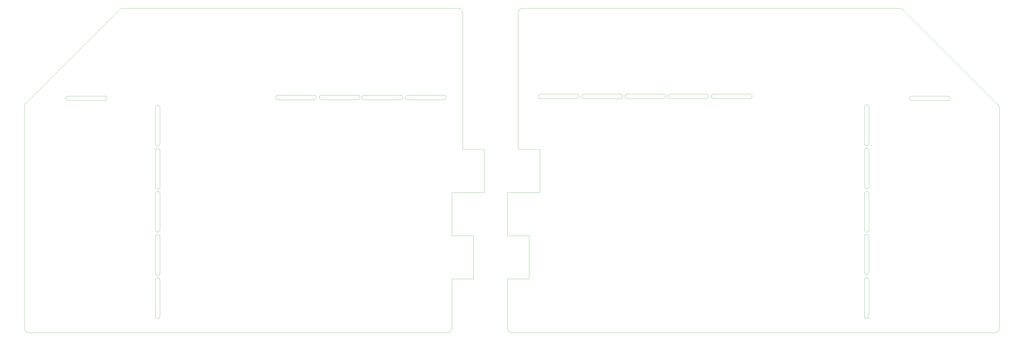
<source format=gbr>
G04 #@! TF.GenerationSoftware,KiCad,Pcbnew,8.0.1*
G04 #@! TF.CreationDate,2024-04-01T00:03:47+00:00*
G04 #@! TF.ProjectId,SplitSync,53706c69-7453-4796-9e63-2e6b69636164,rev?*
G04 #@! TF.SameCoordinates,Original*
G04 #@! TF.FileFunction,Profile,NP*
%FSLAX46Y46*%
G04 Gerber Fmt 4.6, Leading zero omitted, Abs format (unit mm)*
G04 Created by KiCad (PCBNEW 8.0.1) date 2024-04-01 00:03:47*
%MOMM*%
%LPD*%
G01*
G04 APERTURE LIST*
G04 #@! TA.AperFunction,Profile*
%ADD10C,0.100000*%
G04 #@! TD*
G04 #@! TA.AperFunction,Profile*
%ADD11C,0.050000*%
G04 #@! TD*
G04 APERTURE END LIST*
D10*
X268925844Y-243311849D02*
G75*
G02*
X266925846Y-245315046I-2000044J-3151D01*
G01*
X122343214Y-102650788D02*
G75*
G02*
X123757427Y-102065020I1414186J-1414212D01*
G01*
X271678197Y-102065000D02*
G75*
G02*
X273678200Y-104065803I3J-2000000D01*
G01*
X80429000Y-145393427D02*
G75*
G02*
X81014772Y-143979200I2000000J27D01*
G01*
X82429000Y-245315000D02*
G75*
G02*
X80429000Y-243315000I0J2000000D01*
G01*
X298178591Y-104064591D02*
G75*
G02*
X300178591Y-102064991I2000009J-409D01*
G01*
X509843213Y-144729215D02*
G75*
G02*
X510428980Y-146143427I-1414213J-1414185D01*
G01*
X466350573Y-102065000D02*
G75*
G02*
X467764801Y-102650773I27J-2000000D01*
G01*
X295426879Y-245315000D02*
G75*
G02*
X293426901Y-243317122I21J2000000D01*
G01*
X510429000Y-243315000D02*
G75*
G02*
X508429000Y-245315000I-2000000J0D01*
G01*
X82429000Y-245315000D02*
X266925846Y-245315000D01*
X80429000Y-145393427D02*
X80429000Y-243315000D01*
X122343213Y-102650787D02*
X81014786Y-143979214D01*
X271678197Y-102065000D02*
X123757427Y-102065000D01*
X273654000Y-164365000D02*
X273678197Y-104065803D01*
X283179000Y-164365000D02*
X273654000Y-164365000D01*
X283179000Y-183415000D02*
X283179000Y-164365000D01*
X268891500Y-183415000D02*
X283179000Y-183415000D01*
X268891500Y-202465000D02*
X268891500Y-183415000D01*
X278416500Y-202465000D02*
X268891500Y-202465000D01*
X278416500Y-221515000D02*
X278416500Y-202465000D01*
X268891500Y-221515000D02*
X278416500Y-221515000D01*
X268925844Y-243311849D02*
X268891500Y-221515000D01*
X508429000Y-245315000D02*
X295426879Y-245315000D01*
X510429000Y-146143427D02*
X510429000Y-243315000D01*
X467764787Y-102650787D02*
X509843214Y-144729214D01*
X300178591Y-102065000D02*
X466350573Y-102065000D01*
X298166250Y-164365000D02*
X298178591Y-104064591D01*
X307691250Y-164365000D02*
X298166250Y-164365000D01*
X307691250Y-183415000D02*
X307691250Y-164365000D01*
X293403750Y-183415000D02*
X307691250Y-183415000D01*
X293403750Y-202465000D02*
X293403750Y-183415000D01*
X302928750Y-202465000D02*
X293403750Y-202465000D01*
X302928750Y-221515000D02*
X302928750Y-202465000D01*
X293403750Y-221515000D02*
X302928750Y-221515000D01*
X293426880Y-243317122D02*
X293403750Y-221515000D01*
D11*
X470641250Y-141815000D02*
X470641250Y-141815000D01*
X471641250Y-140815000D02*
X487641250Y-140815000D01*
X487641250Y-142815000D02*
X471641250Y-142815000D01*
X488641250Y-141815000D02*
X488641250Y-141815000D01*
X470641250Y-141815000D02*
G75*
G02*
X471641250Y-140815000I1000000J0D01*
G01*
X471641250Y-142815000D02*
G75*
G02*
X470641250Y-141815000I0J1000000D01*
G01*
X487641250Y-140815000D02*
G75*
G02*
X488641250Y-141815000I1J-999999D01*
G01*
X488641250Y-141815000D02*
G75*
G02*
X487641250Y-142815000I-999999J-1D01*
G01*
X98804000Y-141815000D02*
X98804000Y-141815000D01*
X99804000Y-140815000D02*
X115804000Y-140815000D01*
X115804000Y-142815000D02*
X99804000Y-142815000D01*
X116804000Y-141815000D02*
X116804000Y-141815000D01*
X98804000Y-141815000D02*
G75*
G02*
X99804000Y-140815000I1000000J0D01*
G01*
X99804000Y-142815000D02*
G75*
G02*
X98804000Y-141815000I0J1000000D01*
G01*
X115804000Y-140815000D02*
G75*
G02*
X116804000Y-141815000I1J-999999D01*
G01*
X116804000Y-141815000D02*
G75*
G02*
X115804000Y-142815000I-999999J-1D01*
G01*
X246304000Y-142452500D02*
X230304000Y-142452500D01*
X229304000Y-141452500D02*
X229304000Y-141452500D01*
X247304000Y-141452500D02*
X247304000Y-141452500D01*
X230304000Y-140452500D02*
X246304000Y-140452500D01*
X230304000Y-142452500D02*
G75*
G02*
X229304000Y-141452500I0J1000000D01*
G01*
X229304000Y-141452500D02*
G75*
G02*
X230304000Y-140452500I1000000J0D01*
G01*
X247304000Y-141452500D02*
G75*
G02*
X246304000Y-142452500I-999999J-1D01*
G01*
X246304000Y-140452500D02*
G75*
G02*
X247304000Y-141452500I1J-999999D01*
G01*
X227417049Y-142416334D02*
X211417049Y-142416334D01*
X210417049Y-141416334D02*
X210417049Y-141416334D01*
X228417049Y-141416334D02*
X228417049Y-141416334D01*
X211417049Y-140416334D02*
X227417049Y-140416334D01*
X211417049Y-142416334D02*
G75*
G02*
X210417049Y-141416334I0J1000000D01*
G01*
X210417049Y-141416334D02*
G75*
G02*
X211417049Y-140416334I1000000J0D01*
G01*
X228417049Y-141416334D02*
G75*
G02*
X227417049Y-142416334I-999999J-1D01*
G01*
X227417049Y-140416334D02*
G75*
G02*
X228417049Y-141416334I1J-999999D01*
G01*
X208226029Y-142444067D02*
X192226029Y-142444067D01*
X191226029Y-141444067D02*
X191226029Y-141444067D01*
X209226029Y-141444067D02*
X209226029Y-141444067D01*
X192226029Y-140444067D02*
X208226029Y-140444067D01*
X192226029Y-142444067D02*
G75*
G02*
X191226029Y-141444067I0J1000000D01*
G01*
X191226029Y-141444067D02*
G75*
G02*
X192226029Y-140444067I1000000J0D01*
G01*
X209226029Y-141444067D02*
G75*
G02*
X208226029Y-142444067I-999999J-1D01*
G01*
X208226029Y-140444067D02*
G75*
G02*
X209226029Y-141444067I1J-999999D01*
G01*
X265412555Y-142422753D02*
X249412555Y-142422753D01*
X248412555Y-141422753D02*
X248412555Y-141422753D01*
X266412555Y-141422753D02*
X266412555Y-141422753D01*
X249412555Y-140422753D02*
X265412555Y-140422753D01*
X249412555Y-142422753D02*
G75*
G02*
X248412555Y-141422753I0J1000000D01*
G01*
X248412555Y-141422753D02*
G75*
G02*
X249412555Y-140422753I1000000J0D01*
G01*
X266412555Y-141422753D02*
G75*
G02*
X265412555Y-142422753I-999999J-1D01*
G01*
X265412555Y-140422753D02*
G75*
G02*
X266412555Y-141422753I1J-999999D01*
G01*
X308054000Y-139927500D02*
X324054000Y-139927500D01*
X325054000Y-140927500D02*
X325054000Y-140927500D01*
X307054000Y-140927500D02*
X307054000Y-140927500D01*
X324054000Y-141927500D02*
X308054000Y-141927500D01*
X324054000Y-139927500D02*
G75*
G02*
X325054000Y-140927500I0J-1000000D01*
G01*
X325054000Y-140927500D02*
G75*
G02*
X324054000Y-141927500I-1000000J0D01*
G01*
X307054000Y-140927500D02*
G75*
G02*
X308054000Y-139927500I999999J1D01*
G01*
X308054000Y-141927500D02*
G75*
G02*
X307054000Y-140927500I-1J999999D01*
G01*
X346267024Y-139888953D02*
X362267024Y-139888953D01*
X363267024Y-140888953D02*
X363267024Y-140888953D01*
X345267024Y-140888953D02*
X345267024Y-140888953D01*
X362267024Y-141888953D02*
X346267024Y-141888953D01*
X362267024Y-139888953D02*
G75*
G02*
X363267024Y-140888953I0J-1000000D01*
G01*
X363267024Y-140888953D02*
G75*
G02*
X362267024Y-141888953I-1000000J0D01*
G01*
X345267024Y-140888953D02*
G75*
G02*
X346267024Y-139888953I999999J1D01*
G01*
X346267024Y-141888953D02*
G75*
G02*
X345267024Y-140888953I-1J999999D01*
G01*
X365153975Y-139925119D02*
X381153975Y-139925119D01*
X382153975Y-140925119D02*
X382153975Y-140925119D01*
X364153975Y-140925119D02*
X364153975Y-140925119D01*
X381153975Y-141925119D02*
X365153975Y-141925119D01*
X381153975Y-139925119D02*
G75*
G02*
X382153975Y-140925119I0J-1000000D01*
G01*
X382153975Y-140925119D02*
G75*
G02*
X381153975Y-141925119I-1000000J0D01*
G01*
X364153975Y-140925119D02*
G75*
G02*
X365153975Y-139925119I999999J1D01*
G01*
X365153975Y-141925119D02*
G75*
G02*
X364153975Y-140925119I-1J999999D01*
G01*
X384344995Y-139897386D02*
X400344995Y-139897386D01*
X401344995Y-140897386D02*
X401344995Y-140897386D01*
X383344995Y-140897386D02*
X383344995Y-140897386D01*
X400344995Y-141897386D02*
X384344995Y-141897386D01*
X400344995Y-139897386D02*
G75*
G02*
X401344995Y-140897386I0J-1000000D01*
G01*
X401344995Y-140897386D02*
G75*
G02*
X400344995Y-141897386I-1000000J0D01*
G01*
X383344995Y-140897386D02*
G75*
G02*
X384344995Y-139897386I999999J1D01*
G01*
X384344995Y-141897386D02*
G75*
G02*
X383344995Y-140897386I-1J999999D01*
G01*
X327158469Y-139918700D02*
X343158469Y-139918700D01*
X344158469Y-140918700D02*
X344158469Y-140918700D01*
X326158469Y-140918700D02*
X326158469Y-140918700D01*
X343158469Y-141918700D02*
X327158469Y-141918700D01*
X343158469Y-139918700D02*
G75*
G02*
X344158469Y-140918700I0J-1000000D01*
G01*
X344158469Y-140918700D02*
G75*
G02*
X343158469Y-141918700I-1000000J0D01*
G01*
X326158469Y-140918700D02*
G75*
G02*
X327158469Y-139918700I999999J1D01*
G01*
X327158469Y-141918700D02*
G75*
G02*
X326158469Y-140918700I-1J999999D01*
G01*
X452821378Y-145686391D02*
X452821378Y-161686391D01*
X451821378Y-162686391D02*
X451821378Y-162686391D01*
X451821378Y-144686391D02*
X451821378Y-144686391D01*
X450821378Y-161686391D02*
X450821378Y-145686391D01*
X452821378Y-161686391D02*
G75*
G02*
X451821378Y-162686391I-1000000J0D01*
G01*
X451821378Y-162686391D02*
G75*
G02*
X450821378Y-161686391I0J1000000D01*
G01*
X451821378Y-144686391D02*
G75*
G02*
X452821378Y-145686391I1J-999999D01*
G01*
X450821378Y-145686391D02*
G75*
G02*
X451821378Y-144686391I999999J1D01*
G01*
X452859925Y-183899415D02*
X452859925Y-199899415D01*
X451859925Y-200899415D02*
X451859925Y-200899415D01*
X451859925Y-182899415D02*
X451859925Y-182899415D01*
X450859925Y-199899415D02*
X450859925Y-183899415D01*
X452859925Y-199899415D02*
G75*
G02*
X451859925Y-200899415I-1000000J0D01*
G01*
X451859925Y-200899415D02*
G75*
G02*
X450859925Y-199899415I0J1000000D01*
G01*
X451859925Y-182899415D02*
G75*
G02*
X452859925Y-183899415I1J-999999D01*
G01*
X450859925Y-183899415D02*
G75*
G02*
X451859925Y-182899415I999999J1D01*
G01*
X452823759Y-202786366D02*
X452823759Y-218786366D01*
X451823759Y-219786366D02*
X451823759Y-219786366D01*
X451823759Y-201786366D02*
X451823759Y-201786366D01*
X450823759Y-218786366D02*
X450823759Y-202786366D01*
X452823759Y-218786366D02*
G75*
G02*
X451823759Y-219786366I-1000000J0D01*
G01*
X451823759Y-219786366D02*
G75*
G02*
X450823759Y-218786366I0J1000000D01*
G01*
X451823759Y-201786366D02*
G75*
G02*
X452823759Y-202786366I1J-999999D01*
G01*
X450823759Y-202786366D02*
G75*
G02*
X451823759Y-201786366I999999J1D01*
G01*
X452851492Y-221977386D02*
X452851492Y-237977386D01*
X451851492Y-238977386D02*
X451851492Y-238977386D01*
X451851492Y-220977386D02*
X451851492Y-220977386D01*
X450851492Y-237977386D02*
X450851492Y-221977386D01*
X452851492Y-237977386D02*
G75*
G02*
X451851492Y-238977386I-1000000J0D01*
G01*
X451851492Y-238977386D02*
G75*
G02*
X450851492Y-237977386I0J1000000D01*
G01*
X451851492Y-220977386D02*
G75*
G02*
X452851492Y-221977386I1J-999999D01*
G01*
X450851492Y-221977386D02*
G75*
G02*
X451851492Y-220977386I999999J1D01*
G01*
X452830178Y-164790860D02*
X452830178Y-180790860D01*
X451830178Y-181790860D02*
X451830178Y-181790860D01*
X451830178Y-163790860D02*
X451830178Y-163790860D01*
X450830178Y-180790860D02*
X450830178Y-164790860D01*
X452830178Y-180790860D02*
G75*
G02*
X451830178Y-181790860I-1000000J0D01*
G01*
X451830178Y-181790860D02*
G75*
G02*
X450830178Y-180790860I0J1000000D01*
G01*
X451830178Y-163790860D02*
G75*
G02*
X452830178Y-164790860I1J-999999D01*
G01*
X450830178Y-164790860D02*
G75*
G02*
X451830178Y-163790860I999999J1D01*
G01*
X138136386Y-161774005D02*
X138136386Y-145774005D01*
X139136386Y-144774005D02*
X139136386Y-144774005D01*
X139136386Y-162774005D02*
X139136386Y-162774005D01*
X140136386Y-145774005D02*
X140136386Y-161774005D01*
X138136386Y-145774005D02*
G75*
G02*
X139136386Y-144774005I1000000J0D01*
G01*
X139136386Y-144774005D02*
G75*
G02*
X140136386Y-145774005I0J-1000000D01*
G01*
X139136386Y-162774005D02*
G75*
G02*
X138136386Y-161774005I-1J999999D01*
G01*
X140136386Y-161774005D02*
G75*
G02*
X139136386Y-162774005I-999999J-1D01*
G01*
X138164119Y-180965025D02*
X138164119Y-164965025D01*
X139164119Y-163965025D02*
X139164119Y-163965025D01*
X139164119Y-181965025D02*
X139164119Y-181965025D01*
X140164119Y-164965025D02*
X140164119Y-180965025D01*
X138164119Y-164965025D02*
G75*
G02*
X139164119Y-163965025I1000000J0D01*
G01*
X139164119Y-163965025D02*
G75*
G02*
X140164119Y-164965025I0J-1000000D01*
G01*
X139164119Y-181965025D02*
G75*
G02*
X138164119Y-180965025I-1J999999D01*
G01*
X140164119Y-180965025D02*
G75*
G02*
X139164119Y-181965025I-999999J-1D01*
G01*
X138127953Y-199851976D02*
X138127953Y-183851976D01*
X139127953Y-182851976D02*
X139127953Y-182851976D01*
X139127953Y-200851976D02*
X139127953Y-200851976D01*
X140127953Y-183851976D02*
X140127953Y-199851976D01*
X138127953Y-183851976D02*
G75*
G02*
X139127953Y-182851976I1000000J0D01*
G01*
X139127953Y-182851976D02*
G75*
G02*
X140127953Y-183851976I0J-1000000D01*
G01*
X139127953Y-200851976D02*
G75*
G02*
X138127953Y-199851976I-1J999999D01*
G01*
X140127953Y-199851976D02*
G75*
G02*
X139127953Y-200851976I-999999J-1D01*
G01*
X138166500Y-238065000D02*
X138166500Y-222065000D01*
X139166500Y-221065000D02*
X139166500Y-221065000D01*
X139166500Y-239065000D02*
X139166500Y-239065000D01*
X140166500Y-222065000D02*
X140166500Y-238065000D01*
X138166500Y-222065000D02*
G75*
G02*
X139166500Y-221065000I1000000J0D01*
G01*
X139166500Y-221065000D02*
G75*
G02*
X140166500Y-222065000I0J-1000000D01*
G01*
X139166500Y-239065000D02*
G75*
G02*
X138166500Y-238065000I-1J999999D01*
G01*
X140166500Y-238065000D02*
G75*
G02*
X139166500Y-239065000I-999999J-1D01*
G01*
X138157700Y-218960531D02*
X138157700Y-202960531D01*
X139157700Y-201960531D02*
X139157700Y-201960531D01*
X139157700Y-219960531D02*
X139157700Y-219960531D01*
X140157700Y-202960531D02*
X140157700Y-218960531D01*
X138157700Y-202960531D02*
G75*
G02*
X139157700Y-201960531I1000000J0D01*
G01*
X139157700Y-201960531D02*
G75*
G02*
X140157700Y-202960531I0J-1000000D01*
G01*
X139157700Y-219960531D02*
G75*
G02*
X138157700Y-218960531I-1J999999D01*
G01*
X140157700Y-218960531D02*
G75*
G02*
X139157700Y-219960531I-999999J-1D01*
G01*
M02*

</source>
